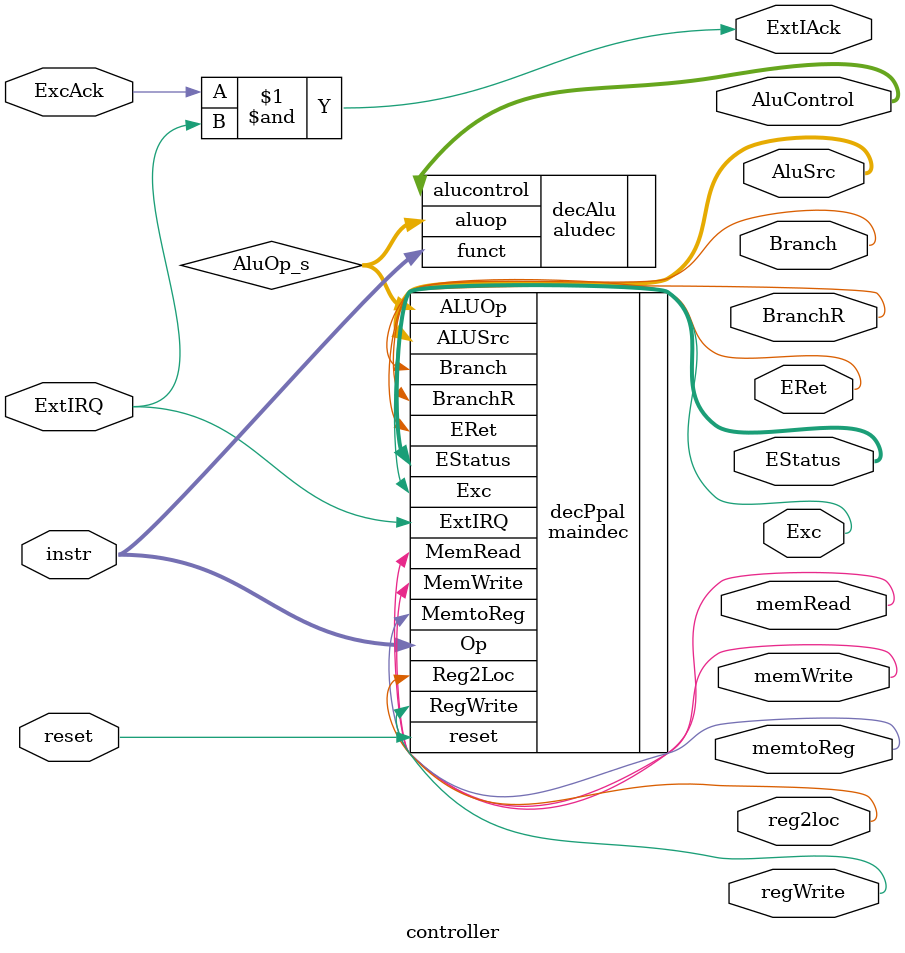
<source format=sv>

module controller(input logic [10:0] instr,
						input logic ExcAck, ExtIRQ, reset,
						output logic [3:0] AluControl, EStatus,
						output logic [1:0] AluSrc,
						output logic reg2loc, regWrite, Branch, memtoReg,
										 memRead, memWrite, ExtIAck, Exc, ERet,
										 BranchR);
											
	logic [1:0] AluOp_s;
											
	maindec 	decPpal 	(.Op(instr),
							.reset(reset),
							.ExtIRQ(ExtIRQ),
							.Reg2Loc(reg2loc), 
							.ALUSrc(AluSrc), 
							.MemtoReg(memtoReg), 
							.RegWrite(regWrite), 
							.MemRead(memRead), 
							.MemWrite(memWrite), 
							.Branch(Branch), 
							.ALUOp(AluOp_s),
							.Exc(Exc),
							.ERet(ERet),
							.EStatus(EStatus),
							.BranchR(BranchR));	
					
								
	aludec 	decAlu 	(.funct(instr), 
							.aluop(AluOp_s), 
							.alucontrol(AluControl));
							
	assign ExtIAck = ExcAck & ExtIRQ;
			
endmodule

</source>
